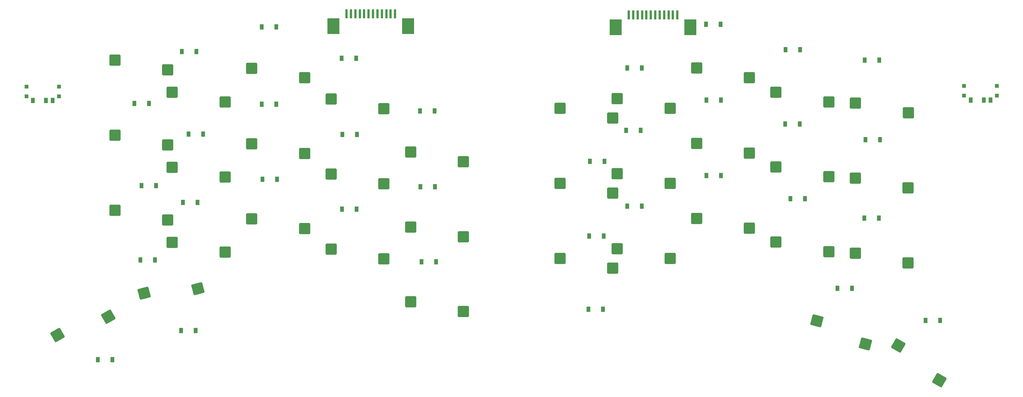
<source format=gbr>
%TF.GenerationSoftware,KiCad,Pcbnew,7.0.10-7.0.10~ubuntu22.04.1*%
%TF.CreationDate,2024-02-24T14:59:25-06:00*%
%TF.ProjectId,roadrunner,726f6164-7275-46e6-9e65-722e6b696361,rev?*%
%TF.SameCoordinates,Original*%
%TF.FileFunction,Paste,Bot*%
%TF.FilePolarity,Positive*%
%FSLAX46Y46*%
G04 Gerber Fmt 4.6, Leading zero omitted, Abs format (unit mm)*
G04 Created by KiCad (PCBNEW 7.0.10-7.0.10~ubuntu22.04.1) date 2024-02-24 14:59:25*
%MOMM*%
%LPD*%
G01*
G04 APERTURE LIST*
G04 Aperture macros list*
%AMRoundRect*
0 Rectangle with rounded corners*
0 $1 Rounding radius*
0 $2 $3 $4 $5 $6 $7 $8 $9 X,Y pos of 4 corners*
0 Add a 4 corners polygon primitive as box body*
4,1,4,$2,$3,$4,$5,$6,$7,$8,$9,$2,$3,0*
0 Add four circle primitives for the rounded corners*
1,1,$1+$1,$2,$3*
1,1,$1+$1,$4,$5*
1,1,$1+$1,$6,$7*
1,1,$1+$1,$8,$9*
0 Add four rect primitives between the rounded corners*
20,1,$1+$1,$2,$3,$4,$5,0*
20,1,$1+$1,$4,$5,$6,$7,0*
20,1,$1+$1,$6,$7,$8,$9,0*
20,1,$1+$1,$8,$9,$2,$3,0*%
G04 Aperture macros list end*
%ADD10RoundRect,0.250000X1.025000X1.000000X-1.025000X1.000000X-1.025000X-1.000000X1.025000X-1.000000X0*%
%ADD11RoundRect,0.250000X1.248893X0.700636X-0.731255X1.231215X-1.248893X-0.700636X0.731255X-1.231215X0*%
%ADD12RoundRect,0.250000X-1.025000X-1.000000X1.025000X-1.000000X1.025000X1.000000X-1.025000X1.000000X0*%
%ADD13RoundRect,0.250000X1.387676X0.353525X-0.387676X1.378525X-1.387676X-0.353525X0.387676X-1.378525X0*%
%ADD14RoundRect,0.250000X-0.387676X-1.378525X1.387676X-0.353525X0.387676X1.378525X-1.387676X0.353525X0*%
%ADD15RoundRect,0.250000X-0.731255X-1.231215X1.248893X-0.700636X0.731255X1.231215X-1.248893X0.700636X0*%
%ADD16R,0.900000X0.900000*%
%ADD17R,0.900000X1.250000*%
%ADD18R,0.900000X1.200000*%
%ADD19R,0.610000X2.000000*%
%ADD20R,2.680000X3.600000*%
G04 APERTURE END LIST*
D10*
%TO.C,SW8_r1*%
X101228000Y-64448000D03*
X89228000Y-62248000D03*
%TD*%
%TO.C,SW6_r1*%
X137272000Y-83332000D03*
X125272000Y-81132000D03*
%TD*%
D11*
%TO.C,SW16*%
X228437826Y-107663422D03*
X217416118Y-102432556D03*
%TD*%
D10*
%TO.C,SW12*%
X184140000Y-88254000D03*
X172140000Y-86054000D03*
%TD*%
%TO.C,SW9_r1*%
X83240000Y-69782000D03*
X71240000Y-67582000D03*
%TD*%
%TO.C,SW12_r1*%
X119254000Y-88324000D03*
X107254000Y-86124000D03*
%TD*%
%TO.C,SW14_r1*%
X83240000Y-86800000D03*
X71240000Y-84600000D03*
%TD*%
%TO.C,SW2_r1*%
X119254000Y-54332000D03*
X107254000Y-52132000D03*
%TD*%
%TO.C,SW7_r1*%
X119254000Y-71306000D03*
X107254000Y-69106000D03*
%TD*%
D12*
%TO.C,SW10_r1*%
X58226000Y-60322000D03*
X70226000Y-62522000D03*
%TD*%
D10*
%TO.C,SW4*%
X220140000Y-52762000D03*
X208140000Y-50562000D03*
%TD*%
%TO.C,SW10*%
X238120000Y-72252000D03*
X226120000Y-70052000D03*
%TD*%
%TO.C,SW9*%
X220140000Y-69712000D03*
X208140000Y-67512000D03*
%TD*%
%TO.C,SW2*%
X184140000Y-54262000D03*
X172140000Y-52062000D03*
%TD*%
D13*
%TO.C,SW17*%
X245201089Y-115908152D03*
X235908784Y-108002897D03*
%TD*%
D14*
%TO.C,SW17_r1*%
X45226911Y-105585848D03*
X56719216Y-101491103D03*
%TD*%
D10*
%TO.C,SW1_r1*%
X137272000Y-66332000D03*
X125272000Y-64132000D03*
%TD*%
D12*
%TO.C,SW6*%
X159140000Y-71262000D03*
X171140000Y-73462000D03*
%TD*%
D10*
%TO.C,SW14*%
X220140000Y-86730000D03*
X208140000Y-84530000D03*
%TD*%
%TO.C,SW15*%
X238120000Y-89270000D03*
X226120000Y-87070000D03*
%TD*%
D12*
%TO.C,SW1*%
X159140000Y-54262000D03*
X171140000Y-56462000D03*
%TD*%
%TO.C,SW5_r1*%
X58226000Y-43332000D03*
X70226000Y-45532000D03*
%TD*%
D10*
%TO.C,SW8*%
X202140000Y-64378000D03*
X190140000Y-62178000D03*
%TD*%
%TO.C,SW7*%
X184140000Y-71236000D03*
X172140000Y-69036000D03*
%TD*%
%TO.C,SW13_r1*%
X101228000Y-81466000D03*
X89228000Y-79266000D03*
%TD*%
D15*
%TO.C,SW16_r1*%
X64884345Y-96142312D03*
X77044857Y-95161520D03*
%TD*%
D10*
%TO.C,SW5*%
X238140000Y-55262000D03*
X226140000Y-53062000D03*
%TD*%
%TO.C,SW4_r1*%
X83240000Y-52832000D03*
X71240000Y-50632000D03*
%TD*%
%TO.C,SW3*%
X202140000Y-47262000D03*
X190140000Y-45062000D03*
%TD*%
D12*
%TO.C,SW11*%
X159140000Y-88262000D03*
X171140000Y-90462000D03*
%TD*%
D10*
%TO.C,SW3_r1*%
X101228000Y-47332000D03*
X89228000Y-45132000D03*
%TD*%
%TO.C,SW13*%
X202140000Y-81396000D03*
X190140000Y-79196000D03*
%TD*%
D12*
%TO.C,SW15_r1*%
X58226000Y-77340000D03*
X70226000Y-79540000D03*
%TD*%
D10*
%TO.C,SW11_r1*%
X137272000Y-100332000D03*
X125272000Y-98132000D03*
%TD*%
D16*
%TO.C,SW_POWER1*%
X258220000Y-51375000D03*
X258220000Y-49175000D03*
X250820000Y-51375000D03*
X250820000Y-49175000D03*
D17*
X252270000Y-52350000D03*
X255270000Y-52350000D03*
X256770000Y-52350000D03*
%TD*%
D18*
%TO.C,D24*%
X67563000Y-71755000D03*
X64263000Y-71755000D03*
%TD*%
%TO.C,D31*%
X113029000Y-77089000D03*
X109729000Y-77089000D03*
%TD*%
%TO.C,D3*%
X195540000Y-35220000D03*
X192240000Y-35220000D03*
%TD*%
%TO.C,D18*%
X76707000Y-41402000D03*
X73407000Y-41402000D03*
%TD*%
%TO.C,D10*%
X231750000Y-61380000D03*
X228450000Y-61380000D03*
%TD*%
%TO.C,D21*%
X112970000Y-42890000D03*
X109670000Y-42890000D03*
%TD*%
%TO.C,D13*%
X195630000Y-69480000D03*
X192330000Y-69480000D03*
%TD*%
%TO.C,D6*%
X177680000Y-76390000D03*
X174380000Y-76390000D03*
%TD*%
%TO.C,D8*%
X195680000Y-52350000D03*
X192380000Y-52350000D03*
%TD*%
%TO.C,D34*%
X76580000Y-104648000D03*
X73280000Y-104648000D03*
%TD*%
%TO.C,D29*%
X67309000Y-88646000D03*
X64009000Y-88646000D03*
%TD*%
D19*
%TO.C,J6*%
X121763000Y-32809000D03*
X120763000Y-32809000D03*
X119763000Y-32809000D03*
X118763000Y-32809000D03*
X117763000Y-32809000D03*
X116763000Y-32809000D03*
X115763000Y-32809000D03*
X114763000Y-32809000D03*
X113763000Y-32809000D03*
X112763000Y-32809000D03*
X111763000Y-32809000D03*
X110763000Y-32809000D03*
D20*
X124753000Y-35609000D03*
X107773000Y-35609000D03*
%TD*%
D18*
%TO.C,D12*%
X169120000Y-83190000D03*
X165820000Y-83190000D03*
%TD*%
%TO.C,D22*%
X130740000Y-54864000D03*
X127440000Y-54864000D03*
%TD*%
%TO.C,D20*%
X94868000Y-35814000D03*
X91568000Y-35814000D03*
%TD*%
%TO.C,D9*%
X213550000Y-57750000D03*
X210250000Y-57750000D03*
%TD*%
%TO.C,D25*%
X94868000Y-53340000D03*
X91568000Y-53340000D03*
%TD*%
%TO.C,D32*%
X131063000Y-89027000D03*
X127763000Y-89027000D03*
%TD*%
D19*
%TO.C,J3*%
X185771000Y-33063000D03*
X184771000Y-33063000D03*
X183771000Y-33063000D03*
X182771000Y-33063000D03*
X181771000Y-33063000D03*
X180771000Y-33063000D03*
X179771000Y-33063000D03*
X178771000Y-33063000D03*
X177771000Y-33063000D03*
X176771000Y-33063000D03*
X175771000Y-33063000D03*
X174771000Y-33063000D03*
D20*
X188761000Y-35863000D03*
X171781000Y-35863000D03*
%TD*%
D18*
%TO.C,D26*%
X113156000Y-60198000D03*
X109856000Y-60198000D03*
%TD*%
%TO.C,D15*%
X231520000Y-79160000D03*
X228220000Y-79160000D03*
%TD*%
D17*
%TO.C,SW_POWERR1*%
X44100000Y-52490000D03*
X42600000Y-52490000D03*
X39600000Y-52490000D03*
D16*
X38150000Y-49315000D03*
X38150000Y-51515000D03*
X45550000Y-49315000D03*
X45550000Y-51515000D03*
%TD*%
D18*
%TO.C,D4*%
X213650000Y-40900000D03*
X210350000Y-40900000D03*
%TD*%
%TO.C,D27*%
X130809000Y-72009000D03*
X127509000Y-72009000D03*
%TD*%
%TO.C,D11*%
X168920000Y-99822000D03*
X165620000Y-99822000D03*
%TD*%
%TO.C,D28*%
X76961000Y-75565000D03*
X73661000Y-75565000D03*
%TD*%
%TO.C,D5*%
X231570000Y-43320000D03*
X228270000Y-43320000D03*
%TD*%
%TO.C,D19*%
X65970000Y-53096000D03*
X62670000Y-53096000D03*
%TD*%
%TO.C,D17*%
X245340000Y-102290000D03*
X242040000Y-102290000D03*
%TD*%
%TO.C,D30*%
X94995000Y-70358000D03*
X91695000Y-70358000D03*
%TD*%
%TO.C,D14*%
X214720000Y-74690000D03*
X211420000Y-74690000D03*
%TD*%
%TO.C,D1*%
X177450000Y-59220000D03*
X174150000Y-59220000D03*
%TD*%
%TO.C,D2*%
X177690000Y-45060000D03*
X174390000Y-45060000D03*
%TD*%
%TO.C,D23*%
X78230000Y-60050000D03*
X74930000Y-60050000D03*
%TD*%
%TO.C,D16*%
X225380000Y-95080000D03*
X222080000Y-95080000D03*
%TD*%
%TO.C,D33*%
X57657000Y-111252000D03*
X54357000Y-111252000D03*
%TD*%
%TO.C,D7*%
X169260000Y-66290000D03*
X165960000Y-66290000D03*
%TD*%
M02*

</source>
